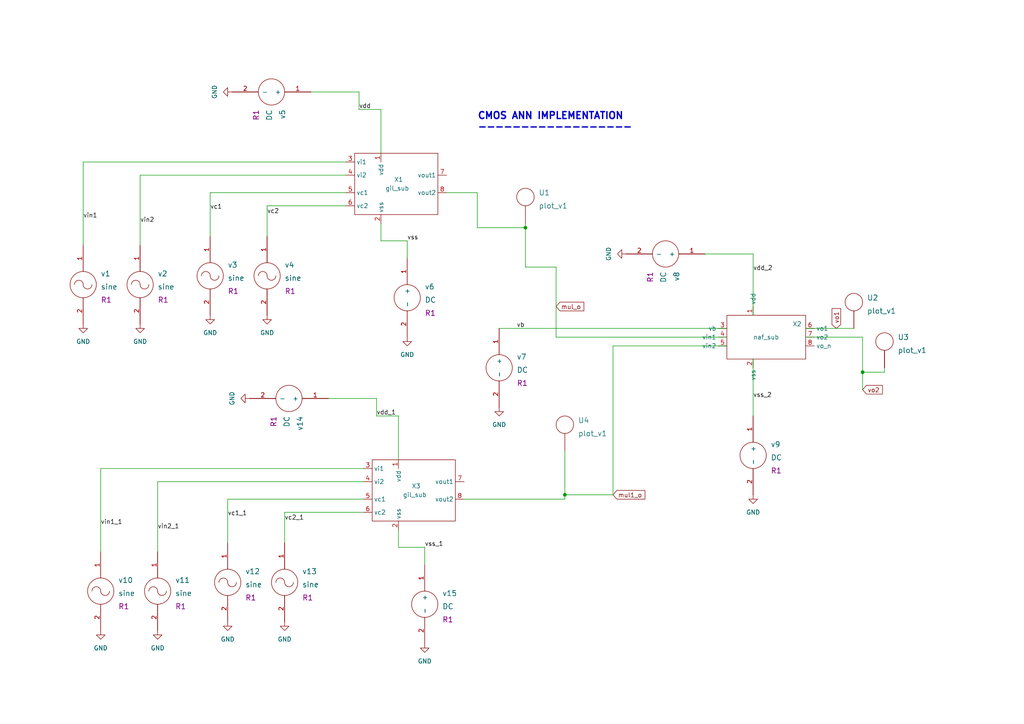
<source format=kicad_sch>
(kicad_sch (version 20211123) (generator eeschema)
  (paper "A4")
  (lib_symbols
    (symbol "eSim_Plot:plot_v1" (pin_names (offset 1.016))
      (property "Reference" "U" (at 0 12.7 0))
      (property "Value" "plot_v1" (at 5.08 8.89 0))
      (symbol "plot_v1_0_1"
        (circle (center 0 12.7) (radius 2.54))
      )
      (symbol "plot_v1_1_1"
        (pin input line (at 0 5.08 90) (length 5.08) (name "~") (number "~"))
      )
    )
    (symbol "eSim_Power:eSim_GND" (power) (pin_names (offset 0))
      (property "Value" "eSim_GND" (at 0 -3.81 0))
      (symbol "eSim_GND_0_1"
        (polyline (pts (xy 0 0) (xy 0 -1.27) (xy 1.27 -1.27) (xy 0 -2.54) (xy -1.27 -1.27) (xy 0 -1.27)))
      )
      (symbol "eSim_GND_1_1"
        (pin power_in line (at 0 0 270) (length 0) hide (name "GND") (number "1"))
      )
    )
    (symbol "eSim_Sources:DC" (pin_names (offset 1.016))
      (property "Reference" "v" (at -5.08 2.54 0))
      (property "Value" "DC" (at -5.08 -1.27 0))
      (property "Footprint" "R1" (at -7.62 0 0))
      (symbol "DC_0_1"
        (circle (center 0 0) (radius 3.81))
      )
      (symbol "DC_1_1"
        (pin power_out line (at 0 11.43 270) (length 7.62) (name "+") (number "1"))
        (pin power_out line (at 0 -11.43 90) (length 7.62) (name "-") (number "2"))
      )
    )
    (symbol "eSim_Sources:sine" (pin_names (offset 1.016))
      (property "Reference" "v" (at -5.08 2.54 0))
      (property "Value" "sine" (at -5.08 -1.27 0))
      (property "Footprint" "R1" (at -7.62 0 0))
      (symbol "sine_0_1"
        (arc (start 0 0) (mid -1.27 1.27) (end -2.54 0))
        (arc (start 0 0) (mid 1.27 -1.27) (end 2.54 0))
        (circle (center 0 0) (radius 3.81))
      )
      (symbol "sine_1_1"
        (pin input line (at 0 11.43 270) (length 7.62) (name "+") (number "1"))
        (pin input line (at 0 -11.43 90) (length 7.62) (name "-") (number "2"))
      )
    )
    (symbol "eSim_Subckt:gil_sub"
      (property "Reference" "X" (at 8.89 6.35 0))
      (property "Value" "gil_sub" (at 0 0 0))
      (symbol "gil_sub_0_0"
        (pin input line (at -5.08 8.89 270) (length 2.54) (name "vdd") (number "1"))
        (pin input line (at -5.08 -11.43 90) (length 2.54) (name "vss") (number "2"))
        (pin input line (at -15.24 6.35 0) (length 2.54) (name "vi1") (number "3"))
        (pin input line (at -15.24 2.54 0) (length 2.54) (name "vi2") (number "4"))
        (pin input line (at -15.24 -2.54 0) (length 2.54) (name "vc1") (number "5"))
        (pin input line (at -15.24 -6.35 0) (length 2.54) (name "vc2") (number "6"))
        (pin output line (at 13.97 2.54 180) (length 2.54) (name "vout1") (number "7"))
        (pin output line (at 13.97 -2.54 180) (length 2.54) (name "vout2") (number "8"))
      )
      (symbol "gil_sub_0_1"
        (rectangle (start -12.7 8.89) (end 11.43 -8.89))
      )
    )
    (symbol "eSim_Subckt:naf_sub"
      (property "Reference" "X" (at 0 3.81 0))
      (property "Value" "naf_sub" (at 0 0 0))
      (symbol "naf_sub_0_0"
        (pin input line (at -5.08 6.35 90) (length 2.54) (name "vdd") (number "1"))
        (pin input line (at -5.08 -6.35 270) (length 2.54) (name "vss") (number "2"))
        (pin input line (at -12.7 2.54 180) (length 2.54) (name "vb") (number "3"))
        (pin input line (at -12.7 0 180) (length 2.54) (name "vin1") (number "4"))
        (pin input line (at -12.7 -2.54 180) (length 2.54) (name "vin2") (number "5"))
        (pin output line (at 10.16 2.54 0) (length 2.54) (name "vo1") (number "6"))
        (pin output line (at 10.16 0 0) (length 2.54) (name "vo2") (number "7"))
        (pin output line (at 10.16 -2.54 0) (length 2.54) (name "vo_n") (number "8"))
      )
      (symbol "naf_sub_0_1"
        (rectangle (start -12.7 6.35) (end 10.16 -6.35))
      )
    )
  )
  (junction (at 163.83 143.51))
  (junction (at 152.4 66.04))
  (junction (at 250.19 107.95))
  (wire (pts (xy 161.29 77.47) (xy 161.29 97.79)))
  (wire (pts (xy 110.49 44.45) (xy 110.49 31.75)))
  (wire (pts (xy 233.68 97.79) (xy 250.19 97.79)))
  (wire (pts (xy 45.72 139.7) (xy 45.72 160.02)))
  (wire (pts (xy 134.62 144.78) (xy 163.83 144.78)))
  (wire (pts (xy 218.44 91.44) (xy 218.44 73.66)))
  (wire (pts (xy 256.54 107.95) (xy 256.54 106.68)))
  (wire (pts (xy 40.64 50.8) (xy 40.64 71.12)))
  (wire (pts (xy 77.47 59.69) (xy 77.47 68.58)))
  (wire (pts (xy 100.33 55.88) (xy 60.96 55.88)))
  (wire (pts (xy 152.4 66.04) (xy 152.4 77.47)))
  (wire (pts (xy 250.19 107.95) (xy 250.19 113.03)))
  (wire (pts (xy 163.83 144.78) (xy 163.83 143.51)))
  (wire (pts (xy 29.21 135.89) (xy 105.41 135.89)))
  (wire (pts (xy 105.41 148.59) (xy 82.55 148.59)))
  (wire (pts (xy 118.11 69.85) (xy 118.11 74.93)))
  (wire (pts (xy 24.13 46.99) (xy 100.33 46.99)))
  (wire (pts (xy 250.19 97.79) (xy 250.19 107.95)))
  (wire (pts (xy 66.04 144.78) (xy 66.04 157.48)))
  (wire (pts (xy 210.82 97.79) (xy 161.29 97.79)))
  (wire (pts (xy 115.57 158.75) (xy 123.19 158.75)))
  (wire (pts (xy 104.14 26.67) (xy 90.17 26.67)))
  (wire (pts (xy 45.72 139.7) (xy 105.41 139.7)))
  (wire (pts (xy 210.82 95.25) (xy 144.78 95.25)))
  (wire (pts (xy 129.54 55.88) (xy 138.43 55.88)))
  (wire (pts (xy 163.83 130.81) (xy 163.83 143.51)))
  (wire (pts (xy 24.13 46.99) (xy 24.13 71.12)))
  (wire (pts (xy 29.21 135.89) (xy 29.21 160.02)))
  (wire (pts (xy 163.83 143.51) (xy 177.8 143.51)))
  (wire (pts (xy 138.43 66.04) (xy 152.4 66.04)))
  (wire (pts (xy 110.49 31.75) (xy 104.14 31.75)))
  (wire (pts (xy 115.57 120.65) (xy 109.22 120.65)))
  (wire (pts (xy 138.43 55.88) (xy 138.43 66.04)))
  (wire (pts (xy 110.49 69.85) (xy 118.11 69.85)))
  (wire (pts (xy 104.14 26.67) (xy 104.14 31.75)))
  (wire (pts (xy 40.64 50.8) (xy 100.33 50.8)))
  (wire (pts (xy 152.4 64.77) (xy 152.4 66.04)))
  (wire (pts (xy 100.33 59.69) (xy 77.47 59.69)))
  (wire (pts (xy 109.22 115.57) (xy 95.25 115.57)))
  (wire (pts (xy 218.44 73.66) (xy 204.47 73.66)))
  (wire (pts (xy 82.55 148.59) (xy 82.55 157.48)))
  (wire (pts (xy 123.19 158.75) (xy 123.19 163.83)))
  (wire (pts (xy 115.57 133.35) (xy 115.57 120.65)))
  (wire (pts (xy 177.8 143.51) (xy 177.8 100.33)))
  (wire (pts (xy 110.49 64.77) (xy 110.49 69.85)))
  (wire (pts (xy 233.68 95.25) (xy 247.65 95.25)))
  (wire (pts (xy 250.19 107.95) (xy 256.54 107.95)))
  (wire (pts (xy 109.22 115.57) (xy 109.22 120.65)))
  (wire (pts (xy 60.96 55.88) (xy 60.96 68.58)))
  (wire (pts (xy 152.4 77.47) (xy 161.29 77.47)))
  (wire (pts (xy 115.57 153.67) (xy 115.57 158.75)))
  (wire (pts (xy 210.82 100.33) (xy 177.8 100.33)))
  (wire (pts (xy 105.41 144.78) (xy 66.04 144.78)))
  (wire (pts (xy 218.44 104.14) (xy 218.44 120.65)))
  (text "CMOS ANN IMPLEMENTATION\n------------------\n" (at 138.43 38.1 0) (effects (font (size 2 2) (thickness 0.4) bold) (justify left bottom)))
  (label "vc1" (at 60.96 60.96 0))
  (label "vc2" (at 77.47 62.23 0))
  (label "vss_2" (at 218.44 115.57 0))
  (label "vdd" (at 104.14 31.75 0))
  (label "vin2" (at 40.64 64.77 0))
  (label "vin1_1" (at 29.21 152.4 0))
  (label "vc1_1" (at 66.04 149.86 0))
  (label "vb" (at 149.86 95.25 0))
  (label "vdd_2" (at 218.44 78.74 0))
  (label "vss_1" (at 123.19 158.75 0))
  (label "vc2_1" (at 82.55 151.13 0))
  (label "vin1" (at 24.13 63.5 0))
  (label "vss" (at 118.11 69.85 0))
  (label "vin2_1" (at 45.72 153.67 0))
  (label "vdd_1" (at 109.22 120.65 0))
  (global_label "mul_o" (shape input) (at 161.29 88.9 0) (property "Intersheet References" "${INTERSHEET_REFS}" (effects hide)))
  (global_label "mul1_o" (shape input) (at 177.8 143.51 0) (property "Intersheet References" "${INTERSHEET_REFS}" (effects hide)))
  (global_label "vo2" (shape input) (at 250.19 113.03 0) (property "Intersheet References" "${INTERSHEET_REFS}" (effects hide)))
  (global_label "vo1" (shape input) (at 242.57 95.25 90) (property "Intersheet References" "${INTERSHEET_REFS}" (effects hide)))
  (symbol (lib_id "eSim_Power:eSim_GND") (at 40.64 93.98 0) (unit 1)
    (property "Reference" "#PWR02" (effects hide))
    (property "Value" "eSim_GND" (at 40.64 99.06 0))
  )
  (symbol (lib_id "eSim_Plot:plot_v1") (at 152.4 69.85 0) (unit 1)
    (property "Reference" "U1" (at 156.21 55.88 0) (effects (font (size 1.524 1.524)) (justify left)))
    (property "Value" "plot_v1" (at 156.21 59.69 0) (effects (font (size 1.524 1.524)) (justify left)))
  )
  (symbol (lib_id "eSim_Sources:DC") (at 218.44 132.08 0) (unit 1)
    (property "Reference" "v9" (at 223.52 128.905 0) (effects (font (size 1.524 1.524)) (justify left)))
    (property "Value" "DC" (at 223.52 132.715 0) (effects (font (size 1.524 1.524)) (justify left)))
    (property "Footprint" "R1" (at 223.52 136.525 0) (effects (font (size 1.524 1.524)) (justify left)))
  )
  (symbol (lib_id "eSim_Subckt:naf_sub") (at 223.52 97.79 0) (unit 1)
    (property "Reference" "X2" (at 229.87 93.98 0) (effects (justify left)))
    (property "Value" "naf_sub" (at 218.44 97.79 0) (effects (justify left)))
  )
  (symbol (lib_id "eSim_Power:eSim_GND") (at 123.19 186.69 0) (unit 1)
    (property "Reference" "#PWR015" (effects hide))
    (property "Value" "eSim_GND" (at 123.19 191.77 0))
  )
  (symbol (lib_id "eSim_Sources:sine") (at 24.13 82.55 0) (unit 1)
    (property "Reference" "v1" (at 29.21 79.375 0) (effects (font (size 1.524 1.524)) (justify left)))
    (property "Value" "sine" (at 29.21 83.185 0) (effects (font (size 1.524 1.524)) (justify left)))
    (property "Footprint" "R1" (at 29.21 86.995 0) (effects (font (size 1.524 1.524)) (justify left)))
  )
  (symbol (lib_id "eSim_Power:eSim_GND") (at 67.31 26.67 270) (unit 1)
    (property "Reference" "#PWR04" (effects hide))
    (property "Value" "eSim_GND" (at 62.23 26.67 0))
  )
  (symbol (lib_id "eSim_Sources:sine") (at 66.04 168.91 0) (unit 1)
    (property "Reference" "v12" (at 71.12 165.735 0) (effects (font (size 1.524 1.524)) (justify left)))
    (property "Value" "sine" (at 71.12 169.545 0) (effects (font (size 1.524 1.524)) (justify left)))
    (property "Footprint" "R1" (at 71.12 173.355 0) (effects (font (size 1.524 1.524)) (justify left)))
  )
  (symbol (lib_id "eSim_Sources:DC") (at 118.11 86.36 0) (unit 1)
    (property "Reference" "v6" (at 123.19 83.185 0) (effects (font (size 1.524 1.524)) (justify left)))
    (property "Value" "DC" (at 123.19 86.995 0) (effects (font (size 1.524 1.524)) (justify left)))
    (property "Footprint" "R1" (at 123.19 90.805 0) (effects (font (size 1.524 1.524)) (justify left)))
  )
  (symbol (lib_id "eSim_Sources:DC") (at 144.78 106.68 0) (unit 1)
    (property "Reference" "v7" (at 149.86 103.505 0) (effects (font (size 1.524 1.524)) (justify left)))
    (property "Value" "DC" (at 149.86 107.315 0) (effects (font (size 1.524 1.524)) (justify left)))
    (property "Footprint" "R1" (at 149.86 111.125 0) (effects (font (size 1.524 1.524)) (justify left)))
  )
  (symbol (lib_id "eSim_Sources:DC") (at 83.82 115.57 270) (unit 1)
    (property "Reference" "v14" (at 86.995 120.65 0) (effects (font (size 1.524 1.524)) (justify left)))
    (property "Value" "DC" (at 83.185 120.65 0) (effects (font (size 1.524 1.524)) (justify left)))
    (property "Footprint" "R1" (at 79.375 120.65 0) (effects (font (size 1.524 1.524)) (justify left)))
  )
  (symbol (lib_id "eSim_Power:eSim_GND") (at 24.13 93.98 0) (unit 1)
    (property "Reference" "#PWR01" (effects hide))
    (property "Value" "eSim_GND" (at 24.13 99.06 0))
  )
  (symbol (lib_id "eSim_Sources:DC") (at 123.19 175.26 0) (unit 1)
    (property "Reference" "v15" (at 128.27 172.085 0) (effects (font (size 1.524 1.524)) (justify left)))
    (property "Value" "DC" (at 128.27 175.895 0) (effects (font (size 1.524 1.524)) (justify left)))
    (property "Footprint" "R1" (at 128.27 179.705 0) (effects (font (size 1.524 1.524)) (justify left)))
  )
  (symbol (lib_id "eSim_Sources:DC") (at 78.74 26.67 270) (unit 1)
    (property "Reference" "v5" (at 81.915 31.75 0) (effects (font (size 1.524 1.524)) (justify left)))
    (property "Value" "DC" (at 78.105 31.75 0) (effects (font (size 1.524 1.524)) (justify left)))
    (property "Footprint" "R1" (at 74.295 31.75 0) (effects (font (size 1.524 1.524)) (justify left)))
  )
  (symbol (lib_id "eSim_Power:eSim_GND") (at 218.44 143.51 0) (unit 1)
    (property "Reference" "#PWR010" (effects hide))
    (property "Value" "eSim_GND" (at 218.44 148.59 0))
  )
  (symbol (lib_id "eSim_Plot:plot_v1") (at 256.54 111.76 0) (unit 1)
    (property "Reference" "U3" (at 260.35 97.79 0) (effects (font (size 1.524 1.524)) (justify left)))
    (property "Value" "plot_v1" (at 260.35 101.6 0) (effects (font (size 1.524 1.524)) (justify left)))
  )
  (symbol (lib_id "eSim_Power:eSim_GND") (at 29.21 182.88 0) (unit 1)
    (property "Reference" "#PWR08" (effects hide))
    (property "Value" "eSim_GND" (at 29.21 187.96 0))
  )
  (symbol (lib_id "eSim_Power:eSim_GND") (at 82.55 180.34 0) (unit 1)
    (property "Reference" "#PWR014" (effects hide))
    (property "Value" "eSim_GND" (at 82.55 185.42 0))
  )
  (symbol (lib_id "eSim_Sources:sine") (at 29.21 171.45 0) (unit 1)
    (property "Reference" "v10" (at 34.29 168.275 0) (effects (font (size 1.524 1.524)) (justify left)))
    (property "Value" "sine" (at 34.29 172.085 0) (effects (font (size 1.524 1.524)) (justify left)))
    (property "Footprint" "R1" (at 34.29 175.895 0) (effects (font (size 1.524 1.524)) (justify left)))
  )
  (symbol (lib_id "eSim_Power:eSim_GND") (at 45.72 182.88 0) (unit 1)
    (property "Reference" "#PWR011" (effects hide))
    (property "Value" "eSim_GND" (at 45.72 187.96 0))
  )
  (symbol (lib_id "eSim_Power:eSim_GND") (at 144.78 118.11 0) (unit 1)
    (property "Reference" "#PWR07" (effects hide))
    (property "Value" "eSim_GND" (at 144.78 123.19 0))
  )
  (symbol (lib_id "eSim_Sources:sine") (at 40.64 82.55 0) (unit 1)
    (property "Reference" "v2" (at 45.72 79.375 0) (effects (font (size 1.524 1.524)) (justify left)))
    (property "Value" "sine" (at 45.72 83.185 0) (effects (font (size 1.524 1.524)) (justify left)))
    (property "Footprint" "R1" (at 45.72 86.995 0) (effects (font (size 1.524 1.524)) (justify left)))
  )
  (symbol (lib_id "eSim_Subckt:gil_sub") (at 115.57 53.34 0) (unit 1)
    (property "Reference" "X1" (at 114.3 52.07 0) (effects (justify left)))
    (property "Value" "gil_sub" (at 111.76 54.61 0) (effects (justify left)))
  )
  (symbol (lib_id "eSim_Power:eSim_GND") (at 72.39 115.57 270) (unit 1)
    (property "Reference" "#PWR013" (effects hide))
    (property "Value" "eSim_GND" (at 67.31 115.57 0))
  )
  (symbol (lib_id "eSim_Sources:sine") (at 45.72 171.45 0) (unit 1)
    (property "Reference" "v11" (at 50.8 168.275 0) (effects (font (size 1.524 1.524)) (justify left)))
    (property "Value" "sine" (at 50.8 172.085 0) (effects (font (size 1.524 1.524)) (justify left)))
    (property "Footprint" "R1" (at 50.8 175.895 0) (effects (font (size 1.524 1.524)) (justify left)))
  )
  (symbol (lib_id "eSim_Plot:plot_v1") (at 163.83 135.89 0) (unit 1)
    (property "Reference" "U4" (at 167.64 121.92 0) (effects (font (size 1.524 1.524)) (justify left)))
    (property "Value" "plot_v1" (at 167.64 125.73 0) (effects (font (size 1.524 1.524)) (justify left)))
  )
  (symbol (lib_id "eSim_Power:eSim_GND") (at 118.11 97.79 0) (unit 1)
    (property "Reference" "#PWR06" (effects hide))
    (property "Value" "eSim_GND" (at 118.11 102.87 0))
  )
  (symbol (lib_id "eSim_Sources:sine") (at 60.96 80.01 0) (unit 1)
    (property "Reference" "v3" (at 66.04 76.835 0) (effects (font (size 1.524 1.524)) (justify left)))
    (property "Value" "sine" (at 66.04 80.645 0) (effects (font (size 1.524 1.524)) (justify left)))
    (property "Footprint" "R1" (at 66.04 84.455 0) (effects (font (size 1.524 1.524)) (justify left)))
  )
  (symbol (lib_id "eSim_Power:eSim_GND") (at 181.61 73.66 270) (unit 1)
    (property "Reference" "#PWR09" (effects hide))
    (property "Value" "eSim_GND" (at 176.53 73.66 0))
  )
  (symbol (lib_id "eSim_Power:eSim_GND") (at 60.96 91.44 0) (unit 1)
    (property "Reference" "#PWR03" (effects hide))
    (property "Value" "eSim_GND" (at 60.96 96.52 0))
  )
  (symbol (lib_id "eSim_Sources:sine") (at 77.47 80.01 0) (unit 1)
    (property "Reference" "v4" (at 82.55 76.835 0) (effects (font (size 1.524 1.524)) (justify left)))
    (property "Value" "sine" (at 82.55 80.645 0) (effects (font (size 1.524 1.524)) (justify left)))
    (property "Footprint" "R1" (at 82.55 84.455 0) (effects (font (size 1.524 1.524)) (justify left)))
  )
  (symbol (lib_id "eSim_Power:eSim_GND") (at 77.47 91.44 0) (unit 1)
    (property "Reference" "#PWR05" (effects hide))
    (property "Value" "eSim_GND" (at 77.47 96.52 0))
  )
  (symbol (lib_id "eSim_Subckt:gil_sub") (at 120.65 142.24 0) (unit 1)
    (property "Reference" "X3" (at 119.38 140.97 0) (effects (justify left)))
    (property "Value" "gil_sub" (at 116.84 143.51 0) (effects (justify left)))
  )
  (symbol (lib_id "eSim_Plot:plot_v1") (at 247.65 100.33 0) (unit 1)
    (property "Reference" "U2" (at 251.46 86.36 0) (effects (font (size 1.524 1.524)) (justify left)))
    (property "Value" "plot_v1" (at 251.46 90.17 0) (effects (font (size 1.524 1.524)) (justify left)))
  )
  (symbol (lib_id "eSim_Sources:sine") (at 82.55 168.91 0) (unit 1)
    (property "Reference" "v13" (at 87.63 165.735 0) (effects (font (size 1.524 1.524)) (justify left)))
    (property "Value" "sine" (at 87.63 169.545 0) (effects (font (size 1.524 1.524)) (justify left)))
    (property "Footprint" "R1" (at 87.63 173.355 0) (effects (font (size 1.524 1.524)) (justify left)))
  )
  (symbol (lib_id "eSim_Power:eSim_GND") (at 66.04 180.34 0) (unit 1)
    (property "Reference" "#PWR012" (effects hide))
    (property "Value" "eSim_GND" (at 66.04 185.42 0))
  )
  (symbol (lib_id "eSim_Sources:DC") (at 193.04 73.66 270) (unit 1)
    (property "Reference" "v8" (at 196.215 78.74 0) (effects (font (size 1.524 1.524)) (justify left)))
    (property "Value" "DC" (at 192.405 78.74 0) (effects (font (size 1.524 1.524)) (justify left)))
    (property "Footprint" "R1" (at 188.595 78.74 0) (effects (font (size 1.524 1.524)) (justify left)))
  )
)
</source>
